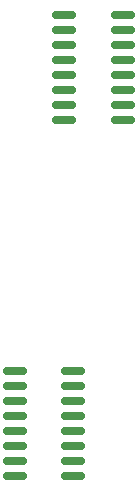
<source format=gbr>
G04 #@! TF.GenerationSoftware,KiCad,Pcbnew,(6.0.6)*
G04 #@! TF.CreationDate,2022-11-24T12:48:09+00:00*
G04 #@! TF.ProjectId,MS20-VCF,4d533230-2d56-4434-962e-6b696361645f,rev?*
G04 #@! TF.SameCoordinates,Original*
G04 #@! TF.FileFunction,Paste,Bot*
G04 #@! TF.FilePolarity,Positive*
%FSLAX46Y46*%
G04 Gerber Fmt 4.6, Leading zero omitted, Abs format (unit mm)*
G04 Created by KiCad (PCBNEW (6.0.6)) date 2022-11-24 12:48:09*
%MOMM*%
%LPD*%
G01*
G04 APERTURE LIST*
G04 Aperture macros list*
%AMRoundRect*
0 Rectangle with rounded corners*
0 $1 Rounding radius*
0 $2 $3 $4 $5 $6 $7 $8 $9 X,Y pos of 4 corners*
0 Add a 4 corners polygon primitive as box body*
4,1,4,$2,$3,$4,$5,$6,$7,$8,$9,$2,$3,0*
0 Add four circle primitives for the rounded corners*
1,1,$1+$1,$2,$3*
1,1,$1+$1,$4,$5*
1,1,$1+$1,$6,$7*
1,1,$1+$1,$8,$9*
0 Add four rect primitives between the rounded corners*
20,1,$1+$1,$2,$3,$4,$5,0*
20,1,$1+$1,$4,$5,$6,$7,0*
20,1,$1+$1,$6,$7,$8,$9,0*
20,1,$1+$1,$8,$9,$2,$3,0*%
G04 Aperture macros list end*
%ADD10RoundRect,0.150000X0.825000X0.150000X-0.825000X0.150000X-0.825000X-0.150000X0.825000X-0.150000X0*%
%ADD11RoundRect,0.150000X-0.825000X-0.150000X0.825000X-0.150000X0.825000X0.150000X-0.825000X0.150000X0*%
G04 APERTURE END LIST*
D10*
X44775000Y-101655000D03*
X44775000Y-102925000D03*
X44775000Y-104195000D03*
X44775000Y-105465000D03*
X44775000Y-106735000D03*
X44775000Y-108005000D03*
X44775000Y-109275000D03*
X44775000Y-110545000D03*
X39825000Y-110545000D03*
X39825000Y-109275000D03*
X39825000Y-108005000D03*
X39825000Y-106735000D03*
X39825000Y-105465000D03*
X39825000Y-104195000D03*
X39825000Y-102925000D03*
X39825000Y-101655000D03*
D11*
X44025000Y-80445000D03*
X44025000Y-79175000D03*
X44025000Y-77905000D03*
X44025000Y-76635000D03*
X44025000Y-75365000D03*
X44025000Y-74095000D03*
X44025000Y-72825000D03*
X44025000Y-71555000D03*
X48975000Y-71555000D03*
X48975000Y-72825000D03*
X48975000Y-74095000D03*
X48975000Y-75365000D03*
X48975000Y-76635000D03*
X48975000Y-77905000D03*
X48975000Y-79175000D03*
X48975000Y-80445000D03*
M02*

</source>
